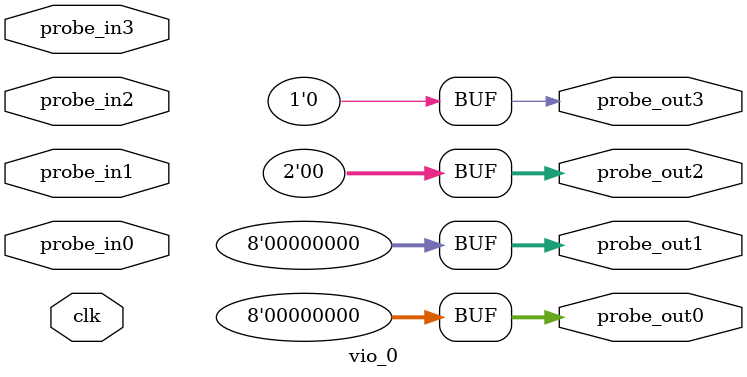
<source format=v>
`timescale 1ns / 1ps
module vio_0 (
clk,
probe_in0,probe_in1,probe_in2,probe_in3,
probe_out0,
probe_out1,
probe_out2,
probe_out3
);

input clk;
input [7 : 0] probe_in0;
input [7 : 0] probe_in1;
input [15 : 0] probe_in2;
input [0 : 0] probe_in3;

output reg [7 : 0] probe_out0 = 'h00 ;
output reg [7 : 0] probe_out1 = 'h00 ;
output reg [1 : 0] probe_out2 = 'h0 ;
output reg [0 : 0] probe_out3 = 'h0 ;


endmodule

</source>
